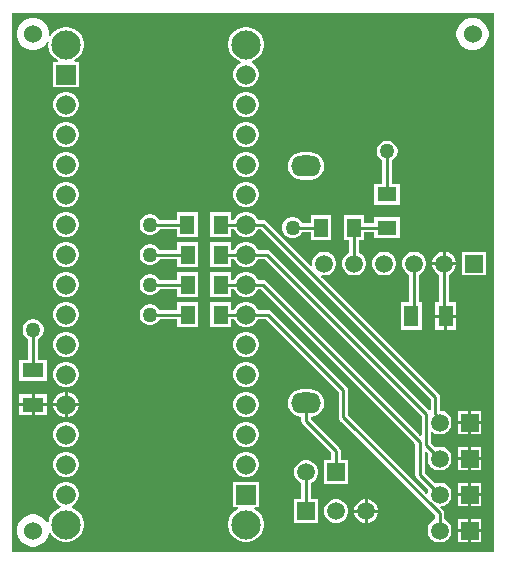
<source format=gtl>
G04*
G04 #@! TF.GenerationSoftware,Altium Limited,Altium Designer,21.2.2 (38)*
G04*
G04 Layer_Physical_Order=1*
G04 Layer_Color=255*
%FSLAX25Y25*%
%MOIN*%
G70*
G04*
G04 #@! TF.SameCoordinates,C48038F6-0F47-47EE-9322-7A70BF747E44*
G04*
G04*
G04 #@! TF.FilePolarity,Positive*
G04*
G01*
G75*
%ADD25R,0.05118X0.07087*%
%ADD26R,0.07087X0.05118*%
%ADD27R,0.06496X0.04724*%
%ADD28R,0.04724X0.06496*%
%ADD29C,0.01000*%
%ADD30C,0.06000*%
%ADD31R,0.05906X0.05906*%
%ADD32C,0.05906*%
%ADD33R,0.06555X0.06555*%
%ADD34C,0.06555*%
%ADD35C,0.09744*%
%ADD36O,0.10000X0.07000*%
%ADD37C,0.05000*%
G36*
X160500Y0D02*
X0D01*
Y179500D01*
X160500D01*
Y0D01*
D02*
G37*
%LPC*%
G36*
X154204Y177850D02*
X152796D01*
X151435Y177485D01*
X150215Y176781D01*
X149219Y175785D01*
X148515Y174565D01*
X148150Y173204D01*
Y171796D01*
X148515Y170435D01*
X149219Y169215D01*
X150215Y168219D01*
X151435Y167515D01*
X152796Y167150D01*
X154204D01*
X155565Y167515D01*
X156785Y168219D01*
X157781Y169215D01*
X158485Y170435D01*
X158850Y171796D01*
Y173204D01*
X158485Y174565D01*
X157781Y175785D01*
X156785Y176781D01*
X155565Y177485D01*
X154204Y177850D01*
D02*
G37*
G36*
X78578Y174872D02*
X77422D01*
X76287Y174646D01*
X75219Y174204D01*
X74257Y173561D01*
X73439Y172743D01*
X72796Y171781D01*
X72354Y170713D01*
X72128Y169578D01*
Y168422D01*
X72354Y167287D01*
X72796Y166219D01*
X73439Y165257D01*
X74257Y164439D01*
X75219Y163796D01*
X76122Y163422D01*
X76180Y162938D01*
X76165Y162880D01*
X75374Y162423D01*
X74577Y161627D01*
X74014Y160651D01*
X73722Y159563D01*
Y158437D01*
X74014Y157349D01*
X74577Y156374D01*
X75374Y155577D01*
X76349Y155014D01*
X77437Y154722D01*
X78563D01*
X79651Y155014D01*
X80626Y155577D01*
X81423Y156374D01*
X81986Y157349D01*
X82278Y158437D01*
Y159563D01*
X81986Y160651D01*
X81423Y161627D01*
X80626Y162423D01*
X79835Y162880D01*
X79820Y162938D01*
X79878Y163422D01*
X80781Y163796D01*
X81743Y164439D01*
X82561Y165257D01*
X83204Y166219D01*
X83646Y167287D01*
X83872Y168422D01*
Y169578D01*
X83646Y170713D01*
X83204Y171781D01*
X82561Y172743D01*
X81743Y173561D01*
X80781Y174204D01*
X79713Y174646D01*
X78578Y174872D01*
D02*
G37*
G36*
X7704Y177850D02*
X6296D01*
X4935Y177485D01*
X3715Y176781D01*
X2719Y175785D01*
X2015Y174565D01*
X1650Y173204D01*
Y171796D01*
X2015Y170435D01*
X2719Y169215D01*
X3715Y168219D01*
X4935Y167515D01*
X6296Y167150D01*
X7704D01*
X9065Y167515D01*
X10285Y168219D01*
X11281Y169215D01*
X11685Y169915D01*
X12159Y169736D01*
X12128Y169578D01*
Y168422D01*
X12354Y167287D01*
X12796Y166219D01*
X13439Y165257D01*
X14257Y164439D01*
X15218Y163796D01*
X15264Y163778D01*
X15164Y163278D01*
X13722D01*
Y154722D01*
X22278D01*
Y163278D01*
X20836D01*
X20736Y163778D01*
X20782Y163796D01*
X21743Y164439D01*
X22561Y165257D01*
X23204Y166219D01*
X23646Y167287D01*
X23872Y168422D01*
Y169578D01*
X23646Y170713D01*
X23204Y171781D01*
X22561Y172743D01*
X21743Y173561D01*
X20782Y174204D01*
X19713Y174646D01*
X18578Y174872D01*
X17422D01*
X16287Y174646D01*
X15218Y174204D01*
X14257Y173561D01*
X13439Y172743D01*
X12850Y171862D01*
X12570Y171886D01*
X12350Y171988D01*
Y173204D01*
X11985Y174565D01*
X11281Y175785D01*
X10285Y176781D01*
X9065Y177485D01*
X7704Y177850D01*
D02*
G37*
G36*
X78563Y153278D02*
X77437D01*
X76349Y152986D01*
X75374Y152423D01*
X74577Y151627D01*
X74014Y150651D01*
X73722Y149563D01*
Y148437D01*
X74014Y147349D01*
X74577Y146373D01*
X75374Y145577D01*
X76349Y145014D01*
X77437Y144722D01*
X78563D01*
X79651Y145014D01*
X80626Y145577D01*
X81423Y146373D01*
X81986Y147349D01*
X82278Y148437D01*
Y149563D01*
X81986Y150651D01*
X81423Y151627D01*
X80626Y152423D01*
X79651Y152986D01*
X78563Y153278D01*
D02*
G37*
G36*
X18563D02*
X17437D01*
X16349Y152986D01*
X15373Y152423D01*
X14577Y151627D01*
X14014Y150651D01*
X13722Y149563D01*
Y148437D01*
X14014Y147349D01*
X14577Y146373D01*
X15373Y145577D01*
X16349Y145014D01*
X17437Y144722D01*
X18563D01*
X19651Y145014D01*
X20627Y145577D01*
X21423Y146373D01*
X21986Y147349D01*
X22278Y148437D01*
Y149563D01*
X21986Y150651D01*
X21423Y151627D01*
X20627Y152423D01*
X19651Y152986D01*
X18563Y153278D01*
D02*
G37*
G36*
X78563Y143278D02*
X77437D01*
X76349Y142986D01*
X75374Y142423D01*
X74577Y141627D01*
X74014Y140651D01*
X73722Y139563D01*
Y138437D01*
X74014Y137349D01*
X74577Y136373D01*
X75374Y135577D01*
X76349Y135014D01*
X77437Y134722D01*
X78563D01*
X79651Y135014D01*
X80626Y135577D01*
X81423Y136373D01*
X81986Y137349D01*
X82278Y138437D01*
Y139563D01*
X81986Y140651D01*
X81423Y141627D01*
X80626Y142423D01*
X79651Y142986D01*
X78563Y143278D01*
D02*
G37*
G36*
X18563D02*
X17437D01*
X16349Y142986D01*
X15373Y142423D01*
X14577Y141627D01*
X14014Y140651D01*
X13722Y139563D01*
Y138437D01*
X14014Y137349D01*
X14577Y136373D01*
X15373Y135577D01*
X16349Y135014D01*
X17437Y134722D01*
X18563D01*
X19651Y135014D01*
X20627Y135577D01*
X21423Y136373D01*
X21986Y137349D01*
X22278Y138437D01*
Y139563D01*
X21986Y140651D01*
X21423Y141627D01*
X20627Y142423D01*
X19651Y142986D01*
X18563Y143278D01*
D02*
G37*
G36*
X78563Y133278D02*
X77437D01*
X76349Y132986D01*
X75374Y132423D01*
X74577Y131626D01*
X74014Y130651D01*
X73722Y129563D01*
Y128437D01*
X74014Y127349D01*
X74577Y126374D01*
X75374Y125577D01*
X76349Y125014D01*
X77437Y124722D01*
X78563D01*
X79651Y125014D01*
X80626Y125577D01*
X81423Y126374D01*
X81986Y127349D01*
X82278Y128437D01*
Y129563D01*
X81986Y130651D01*
X81423Y131626D01*
X80626Y132423D01*
X79651Y132986D01*
X78563Y133278D01*
D02*
G37*
G36*
X18563D02*
X17437D01*
X16349Y132986D01*
X15373Y132423D01*
X14577Y131626D01*
X14014Y130651D01*
X13722Y129563D01*
Y128437D01*
X14014Y127349D01*
X14577Y126374D01*
X15373Y125577D01*
X16349Y125014D01*
X17437Y124722D01*
X18563D01*
X19651Y125014D01*
X20627Y125577D01*
X21423Y126374D01*
X21986Y127349D01*
X22278Y128437D01*
Y129563D01*
X21986Y130651D01*
X21423Y131626D01*
X20627Y132423D01*
X19651Y132986D01*
X18563Y133278D01*
D02*
G37*
G36*
X99500Y133039D02*
X96500D01*
X95325Y132884D01*
X94231Y132431D01*
X93291Y131709D01*
X92569Y130769D01*
X92116Y129675D01*
X91961Y128500D01*
X92116Y127325D01*
X92569Y126231D01*
X93291Y125291D01*
X94231Y124569D01*
X95325Y124116D01*
X96500Y123961D01*
X99500D01*
X100675Y124116D01*
X101769Y124569D01*
X102709Y125291D01*
X103431Y126231D01*
X103884Y127325D01*
X104039Y128500D01*
X103884Y129675D01*
X103431Y130769D01*
X102709Y131709D01*
X101769Y132431D01*
X100675Y132884D01*
X99500Y133039D01*
D02*
G37*
G36*
X125461Y137000D02*
X124539D01*
X123649Y136761D01*
X122851Y136301D01*
X122199Y135649D01*
X121739Y134851D01*
X121500Y133961D01*
Y133039D01*
X121739Y132149D01*
X122199Y131351D01*
X122851Y130699D01*
X123471Y130341D01*
Y122374D01*
X120752D01*
Y115650D01*
X129248D01*
Y122374D01*
X126529D01*
Y130341D01*
X127149Y130699D01*
X127801Y131351D01*
X128261Y132149D01*
X128500Y133039D01*
Y133961D01*
X128261Y134851D01*
X127801Y135649D01*
X127149Y136301D01*
X126351Y136761D01*
X125461Y137000D01*
D02*
G37*
G36*
X78563Y123278D02*
X77437D01*
X76349Y122986D01*
X75374Y122423D01*
X74577Y121626D01*
X74014Y120651D01*
X73722Y119563D01*
Y118437D01*
X74014Y117349D01*
X74577Y116374D01*
X75374Y115577D01*
X76349Y115014D01*
X77437Y114722D01*
X78563D01*
X79651Y115014D01*
X80626Y115577D01*
X81423Y116374D01*
X81986Y117349D01*
X82278Y118437D01*
Y119563D01*
X81986Y120651D01*
X81423Y121626D01*
X80626Y122423D01*
X79651Y122986D01*
X78563Y123278D01*
D02*
G37*
G36*
X18563D02*
X17437D01*
X16349Y122986D01*
X15373Y122423D01*
X14577Y121626D01*
X14014Y120651D01*
X13722Y119563D01*
Y118437D01*
X14014Y117349D01*
X14577Y116374D01*
X15373Y115577D01*
X16349Y115014D01*
X17437Y114722D01*
X18563D01*
X19651Y115014D01*
X20627Y115577D01*
X21423Y116374D01*
X21986Y117349D01*
X22278Y118437D01*
Y119563D01*
X21986Y120651D01*
X21423Y121626D01*
X20627Y122423D01*
X19651Y122986D01*
X18563Y123278D01*
D02*
G37*
G36*
X78563Y113278D02*
X77437D01*
X76349Y112986D01*
X75374Y112423D01*
X74577Y111627D01*
X74014Y110651D01*
X73981Y110529D01*
X72862D01*
Y113248D01*
X66138D01*
Y104752D01*
X72862D01*
Y107471D01*
X73981D01*
X74014Y107349D01*
X74577Y106374D01*
X75374Y105577D01*
X76349Y105014D01*
X77437Y104722D01*
X78563D01*
X79651Y105014D01*
X80626Y105577D01*
X81423Y106374D01*
X81986Y107349D01*
X82019Y107471D01*
X82867D01*
X139572Y50765D01*
Y47271D01*
X139305Y47128D01*
X139072Y47091D01*
X86081Y100081D01*
X85585Y100413D01*
X85000Y100529D01*
X82019D01*
X81986Y100651D01*
X81423Y101627D01*
X80626Y102423D01*
X79651Y102986D01*
X78563Y103278D01*
X77437D01*
X76349Y102986D01*
X75374Y102423D01*
X74577Y101627D01*
X74014Y100651D01*
X73981Y100529D01*
X72874D01*
Y103248D01*
X66150D01*
Y94752D01*
X72874D01*
Y97471D01*
X73981D01*
X74014Y97349D01*
X74577Y96373D01*
X75374Y95577D01*
X76349Y95014D01*
X77437Y94722D01*
X78563D01*
X79651Y95014D01*
X80626Y95577D01*
X81423Y96373D01*
X81986Y97349D01*
X82019Y97471D01*
X84367D01*
X136518Y45319D01*
Y38798D01*
X136056Y38607D01*
X84581Y90081D01*
X84085Y90413D01*
X83500Y90529D01*
X82019D01*
X81986Y90651D01*
X81423Y91627D01*
X80626Y92423D01*
X79651Y92986D01*
X78563Y93278D01*
X77437D01*
X76349Y92986D01*
X75374Y92423D01*
X74577Y91627D01*
X74014Y90651D01*
X73981Y90529D01*
X72874D01*
Y93248D01*
X66150D01*
Y84752D01*
X72874D01*
Y87471D01*
X73981D01*
X74014Y87349D01*
X74577Y86374D01*
X75374Y85577D01*
X76349Y85014D01*
X77437Y84722D01*
X78563D01*
X79651Y85014D01*
X80626Y85577D01*
X81423Y86374D01*
X81986Y87349D01*
X82019Y87471D01*
X82867D01*
X134471Y35866D01*
Y25500D01*
X134587Y24915D01*
X134919Y24419D01*
X138815Y20522D01*
X138547Y19520D01*
Y19472D01*
X138085Y19280D01*
X111985Y45381D01*
Y53716D01*
X111869Y54301D01*
X111537Y54797D01*
X86253Y80081D01*
X85757Y80413D01*
X85172Y80529D01*
X82019D01*
X81986Y80651D01*
X81423Y81626D01*
X80626Y82423D01*
X79651Y82986D01*
X78563Y83278D01*
X77437D01*
X76349Y82986D01*
X75374Y82423D01*
X74577Y81626D01*
X74014Y80651D01*
X73981Y80529D01*
X72874D01*
Y83248D01*
X66150D01*
Y74752D01*
X72874D01*
Y77471D01*
X73981D01*
X74014Y77349D01*
X74577Y76373D01*
X75374Y75577D01*
X76349Y75014D01*
X77437Y74722D01*
X78563D01*
X79651Y75014D01*
X80626Y75577D01*
X81423Y76373D01*
X81986Y77349D01*
X82019Y77471D01*
X84538D01*
X108926Y53082D01*
Y44747D01*
X109043Y44162D01*
X109374Y43666D01*
X140971Y12069D01*
Y10681D01*
X140073Y10163D01*
X139337Y9427D01*
X138817Y8526D01*
X138547Y7520D01*
Y6480D01*
X138817Y5474D01*
X139337Y4573D01*
X140073Y3837D01*
X140974Y3317D01*
X141980Y3047D01*
X143020D01*
X144026Y3317D01*
X144927Y3837D01*
X145663Y4573D01*
X146183Y5474D01*
X146453Y6480D01*
Y7520D01*
X146183Y8526D01*
X145663Y9427D01*
X144927Y10163D01*
X144029Y10681D01*
Y12703D01*
X143913Y13288D01*
X143581Y13784D01*
X142780Y14585D01*
X142972Y15047D01*
X143020D01*
X144026Y15317D01*
X144927Y15837D01*
X145663Y16573D01*
X146183Y17474D01*
X146453Y18480D01*
Y19520D01*
X146183Y20526D01*
X145663Y21427D01*
X144927Y22163D01*
X144026Y22683D01*
X143020Y22953D01*
X141980D01*
X140978Y22684D01*
X137529Y26133D01*
Y33154D01*
X137991Y33346D01*
X138815Y32522D01*
X138547Y31520D01*
Y30480D01*
X138817Y29474D01*
X139337Y28573D01*
X140073Y27837D01*
X140974Y27317D01*
X141980Y27047D01*
X143020D01*
X144026Y27317D01*
X144927Y27837D01*
X145663Y28573D01*
X146183Y29474D01*
X146453Y30480D01*
Y31520D01*
X146183Y32526D01*
X145663Y33427D01*
X144927Y34163D01*
X144026Y34683D01*
X143020Y34953D01*
X141980D01*
X140978Y34685D01*
X139577Y36086D01*
Y39680D01*
X140039Y39871D01*
X140073Y39837D01*
X140974Y39317D01*
X141980Y39047D01*
X143020D01*
X144026Y39317D01*
X144927Y39837D01*
X145663Y40573D01*
X146183Y41474D01*
X146453Y42480D01*
Y43520D01*
X146183Y44526D01*
X145663Y45427D01*
X144927Y46163D01*
X144026Y46683D01*
X143020Y46953D01*
X142631D01*
Y51399D01*
X142514Y51984D01*
X142183Y52480D01*
X103006Y91656D01*
X103265Y92105D01*
X103480Y92047D01*
X104520D01*
X105526Y92317D01*
X106427Y92837D01*
X107163Y93573D01*
X107683Y94474D01*
X107953Y95480D01*
Y96520D01*
X107683Y97526D01*
X107163Y98427D01*
X106427Y99163D01*
X105526Y99683D01*
X104520Y99953D01*
X103480D01*
X102474Y99683D01*
X101573Y99163D01*
X100837Y98427D01*
X100317Y97526D01*
X100047Y96520D01*
Y95480D01*
X100105Y95265D01*
X99656Y95007D01*
X84581Y110081D01*
X84085Y110413D01*
X83500Y110529D01*
X82019D01*
X81986Y110651D01*
X81423Y111627D01*
X80626Y112423D01*
X79651Y112986D01*
X78563Y113278D01*
D02*
G37*
G36*
X61839Y113248D02*
X55114D01*
Y110529D01*
X49158D01*
X48801Y111149D01*
X48149Y111801D01*
X47351Y112261D01*
X46461Y112500D01*
X45539D01*
X44649Y112261D01*
X43851Y111801D01*
X43199Y111149D01*
X42739Y110351D01*
X42500Y109461D01*
Y108539D01*
X42739Y107649D01*
X43199Y106851D01*
X43851Y106199D01*
X44649Y105738D01*
X45539Y105500D01*
X46461D01*
X47351Y105738D01*
X48149Y106199D01*
X48801Y106851D01*
X49158Y107471D01*
X55114D01*
Y104752D01*
X61839D01*
Y113248D01*
D02*
G37*
G36*
X106350Y112248D02*
X99626D01*
Y109529D01*
X96658D01*
X96301Y110149D01*
X95649Y110801D01*
X94851Y111261D01*
X93961Y111500D01*
X93039D01*
X92149Y111261D01*
X91351Y110801D01*
X90699Y110149D01*
X90238Y109351D01*
X90000Y108461D01*
Y107539D01*
X90238Y106649D01*
X90699Y105851D01*
X91351Y105199D01*
X92149Y104738D01*
X93039Y104500D01*
X93961D01*
X94851Y104738D01*
X95649Y105199D01*
X96301Y105851D01*
X96658Y106471D01*
X99626D01*
Y103752D01*
X106350D01*
Y112248D01*
D02*
G37*
G36*
X18563Y113278D02*
X17437D01*
X16349Y112986D01*
X15373Y112423D01*
X14577Y111627D01*
X14014Y110651D01*
X13722Y109563D01*
Y108437D01*
X14014Y107349D01*
X14577Y106374D01*
X15373Y105577D01*
X16349Y105014D01*
X17437Y104722D01*
X18563D01*
X19651Y105014D01*
X20627Y105577D01*
X21423Y106374D01*
X21986Y107349D01*
X22278Y108437D01*
Y109563D01*
X21986Y110651D01*
X21423Y111627D01*
X20627Y112423D01*
X19651Y112986D01*
X18563Y113278D01*
D02*
G37*
G36*
X117374Y112248D02*
X110650D01*
Y103752D01*
X112471D01*
Y99681D01*
X111573Y99163D01*
X110837Y98427D01*
X110317Y97526D01*
X110047Y96520D01*
Y95480D01*
X110317Y94474D01*
X110837Y93573D01*
X111573Y92837D01*
X112474Y92317D01*
X113480Y92047D01*
X114520D01*
X115526Y92317D01*
X116427Y92837D01*
X117163Y93573D01*
X117683Y94474D01*
X117953Y95480D01*
Y96520D01*
X117683Y97526D01*
X117163Y98427D01*
X116427Y99163D01*
X115529Y99681D01*
Y103752D01*
X117374D01*
Y106471D01*
X120752D01*
Y104626D01*
X129248D01*
Y111350D01*
X120752D01*
Y109529D01*
X117374D01*
Y112248D01*
D02*
G37*
G36*
X61850Y103248D02*
X55126D01*
Y100529D01*
X49158D01*
X48801Y101149D01*
X48149Y101801D01*
X47351Y102261D01*
X46461Y102500D01*
X45539D01*
X44649Y102261D01*
X43851Y101801D01*
X43199Y101149D01*
X42739Y100351D01*
X42500Y99461D01*
Y98539D01*
X42739Y97649D01*
X43199Y96851D01*
X43851Y96199D01*
X44649Y95739D01*
X45539Y95500D01*
X46461D01*
X47351Y95739D01*
X48149Y96199D01*
X48801Y96851D01*
X49158Y97471D01*
X55126D01*
Y94752D01*
X61850D01*
Y103248D01*
D02*
G37*
G36*
X144520Y99953D02*
X144500D01*
Y96500D01*
X147953D01*
Y96520D01*
X147683Y97526D01*
X147163Y98427D01*
X146427Y99163D01*
X145526Y99683D01*
X144520Y99953D01*
D02*
G37*
G36*
X143500D02*
X143480D01*
X142474Y99683D01*
X141573Y99163D01*
X140837Y98427D01*
X140317Y97526D01*
X140047Y96520D01*
Y96500D01*
X143500D01*
Y99953D01*
D02*
G37*
G36*
X18563Y103278D02*
X17437D01*
X16349Y102986D01*
X15373Y102423D01*
X14577Y101627D01*
X14014Y100651D01*
X13722Y99563D01*
Y98437D01*
X14014Y97349D01*
X14577Y96373D01*
X15373Y95577D01*
X16349Y95014D01*
X17437Y94722D01*
X18563D01*
X19651Y95014D01*
X20627Y95577D01*
X21423Y96373D01*
X21986Y97349D01*
X22278Y98437D01*
Y99563D01*
X21986Y100651D01*
X21423Y101627D01*
X20627Y102423D01*
X19651Y102986D01*
X18563Y103278D01*
D02*
G37*
G36*
X157953Y99953D02*
X150047D01*
Y92047D01*
X157953D01*
Y99953D01*
D02*
G37*
G36*
X124520D02*
X123480D01*
X122474Y99683D01*
X121573Y99163D01*
X120837Y98427D01*
X120317Y97526D01*
X120047Y96520D01*
Y95480D01*
X120317Y94474D01*
X120837Y93573D01*
X121573Y92837D01*
X122474Y92317D01*
X123480Y92047D01*
X124520D01*
X125526Y92317D01*
X126427Y92837D01*
X127163Y93573D01*
X127683Y94474D01*
X127953Y95480D01*
Y96520D01*
X127683Y97526D01*
X127163Y98427D01*
X126427Y99163D01*
X125526Y99683D01*
X124520Y99953D01*
D02*
G37*
G36*
X61850Y93248D02*
X55126D01*
Y90529D01*
X49158D01*
X48801Y91149D01*
X48149Y91801D01*
X47351Y92261D01*
X46461Y92500D01*
X45539D01*
X44649Y92261D01*
X43851Y91801D01*
X43199Y91149D01*
X42739Y90351D01*
X42500Y89461D01*
Y88539D01*
X42739Y87649D01*
X43199Y86851D01*
X43851Y86199D01*
X44649Y85738D01*
X45539Y85500D01*
X46461D01*
X47351Y85738D01*
X48149Y86199D01*
X48801Y86851D01*
X49158Y87471D01*
X55126D01*
Y84752D01*
X61850D01*
Y93248D01*
D02*
G37*
G36*
X18563Y93278D02*
X17437D01*
X16349Y92986D01*
X15373Y92423D01*
X14577Y91627D01*
X14014Y90651D01*
X13722Y89563D01*
Y88437D01*
X14014Y87349D01*
X14577Y86374D01*
X15373Y85577D01*
X16349Y85014D01*
X17437Y84722D01*
X18563D01*
X19651Y85014D01*
X20627Y85577D01*
X21423Y86374D01*
X21986Y87349D01*
X22278Y88437D01*
Y89563D01*
X21986Y90651D01*
X21423Y91627D01*
X20627Y92423D01*
X19651Y92986D01*
X18563Y93278D01*
D02*
G37*
G36*
X61850Y83248D02*
X55126D01*
Y80529D01*
X49158D01*
X48801Y81149D01*
X48149Y81801D01*
X47351Y82262D01*
X46461Y82500D01*
X45539D01*
X44649Y82262D01*
X43851Y81801D01*
X43199Y81149D01*
X42739Y80351D01*
X42500Y79461D01*
Y78539D01*
X42739Y77649D01*
X43199Y76851D01*
X43851Y76199D01*
X44649Y75739D01*
X45539Y75500D01*
X46461D01*
X47351Y75739D01*
X48149Y76199D01*
X48801Y76851D01*
X49158Y77471D01*
X55126D01*
Y74752D01*
X61850D01*
Y83248D01*
D02*
G37*
G36*
X147953Y95500D02*
X144000D01*
X140047D01*
Y95480D01*
X140317Y94474D01*
X140837Y93573D01*
X141573Y92837D01*
X142471Y92319D01*
Y83043D01*
X140941D01*
Y79000D01*
X144500D01*
X148059D01*
Y83043D01*
X145529D01*
Y92319D01*
X146427Y92837D01*
X147163Y93573D01*
X147683Y94474D01*
X147953Y95480D01*
Y95500D01*
D02*
G37*
G36*
X18563Y83278D02*
X17437D01*
X16349Y82986D01*
X15373Y82423D01*
X14577Y81626D01*
X14014Y80651D01*
X13722Y79563D01*
Y78437D01*
X14014Y77349D01*
X14577Y76373D01*
X15373Y75577D01*
X16349Y75014D01*
X17437Y74722D01*
X18563D01*
X19651Y75014D01*
X20627Y75577D01*
X21423Y76373D01*
X21986Y77349D01*
X22278Y78437D01*
Y79563D01*
X21986Y80651D01*
X21423Y81626D01*
X20627Y82423D01*
X19651Y82986D01*
X18563Y83278D01*
D02*
G37*
G36*
X148059Y78000D02*
X145000D01*
Y73957D01*
X148059D01*
Y78000D01*
D02*
G37*
G36*
X144000D02*
X140941D01*
Y73957D01*
X144000D01*
Y78000D01*
D02*
G37*
G36*
X134520Y99953D02*
X133480D01*
X132474Y99683D01*
X131573Y99163D01*
X130837Y98427D01*
X130317Y97526D01*
X130047Y96520D01*
Y95480D01*
X130317Y94474D01*
X130837Y93573D01*
X131573Y92837D01*
X132471Y92319D01*
Y83043D01*
X129524D01*
Y73957D01*
X136642D01*
Y83043D01*
X135529D01*
Y92319D01*
X136427Y92837D01*
X137163Y93573D01*
X137683Y94474D01*
X137953Y95480D01*
Y96520D01*
X137683Y97526D01*
X137163Y98427D01*
X136427Y99163D01*
X135526Y99683D01*
X134520Y99953D01*
D02*
G37*
G36*
X78563Y73278D02*
X77437D01*
X76349Y72986D01*
X75374Y72423D01*
X74577Y71627D01*
X74014Y70651D01*
X73722Y69563D01*
Y68437D01*
X74014Y67349D01*
X74577Y66373D01*
X75374Y65577D01*
X76349Y65014D01*
X77437Y64722D01*
X78563D01*
X79651Y65014D01*
X80626Y65577D01*
X81423Y66373D01*
X81986Y67349D01*
X82278Y68437D01*
Y69563D01*
X81986Y70651D01*
X81423Y71627D01*
X80626Y72423D01*
X79651Y72986D01*
X78563Y73278D01*
D02*
G37*
G36*
X18563D02*
X17437D01*
X16349Y72986D01*
X15373Y72423D01*
X14577Y71627D01*
X14014Y70651D01*
X13722Y69563D01*
Y68437D01*
X14014Y67349D01*
X14577Y66373D01*
X15373Y65577D01*
X16349Y65014D01*
X17437Y64722D01*
X18563D01*
X19651Y65014D01*
X20627Y65577D01*
X21423Y66373D01*
X21986Y67349D01*
X22278Y68437D01*
Y69563D01*
X21986Y70651D01*
X21423Y71627D01*
X20627Y72423D01*
X19651Y72986D01*
X18563Y73278D01*
D02*
G37*
G36*
X7461Y77500D02*
X6539D01*
X5649Y77262D01*
X4851Y76801D01*
X4199Y76149D01*
X3739Y75351D01*
X3500Y74461D01*
Y73539D01*
X3739Y72649D01*
X4199Y71851D01*
X4851Y71199D01*
X5471Y70841D01*
Y63976D01*
X2457D01*
Y56858D01*
X11543D01*
Y63976D01*
X8529D01*
Y70841D01*
X9149Y71199D01*
X9801Y71851D01*
X10261Y72649D01*
X10500Y73539D01*
Y74461D01*
X10261Y75351D01*
X9801Y76149D01*
X9149Y76801D01*
X8351Y77262D01*
X7461Y77500D01*
D02*
G37*
G36*
X78563Y63278D02*
X77437D01*
X76349Y62986D01*
X75374Y62423D01*
X74577Y61626D01*
X74014Y60651D01*
X73722Y59563D01*
Y58437D01*
X74014Y57349D01*
X74577Y56374D01*
X75374Y55577D01*
X76349Y55014D01*
X77437Y54722D01*
X78563D01*
X79651Y55014D01*
X80626Y55577D01*
X81423Y56374D01*
X81986Y57349D01*
X82278Y58437D01*
Y59563D01*
X81986Y60651D01*
X81423Y61626D01*
X80626Y62423D01*
X79651Y62986D01*
X78563Y63278D01*
D02*
G37*
G36*
X18563D02*
X17437D01*
X16349Y62986D01*
X15373Y62423D01*
X14577Y61626D01*
X14014Y60651D01*
X13722Y59563D01*
Y58437D01*
X14014Y57349D01*
X14577Y56374D01*
X15373Y55577D01*
X16349Y55014D01*
X17437Y54722D01*
X18563D01*
X19651Y55014D01*
X20627Y55577D01*
X21423Y56374D01*
X21986Y57349D01*
X22278Y58437D01*
Y59563D01*
X21986Y60651D01*
X21423Y61626D01*
X20627Y62423D01*
X19651Y62986D01*
X18563Y63278D01*
D02*
G37*
G36*
Y53278D02*
X18500D01*
Y49500D01*
X22278D01*
Y49563D01*
X21986Y50651D01*
X21423Y51626D01*
X20627Y52423D01*
X19651Y52986D01*
X18563Y53278D01*
D02*
G37*
G36*
X11543Y52559D02*
X7500D01*
Y49500D01*
X11543D01*
Y52559D01*
D02*
G37*
G36*
X6500D02*
X2457D01*
Y49500D01*
X6500D01*
Y52559D01*
D02*
G37*
G36*
X17500Y53278D02*
X17437D01*
X16349Y52986D01*
X15373Y52423D01*
X14577Y51626D01*
X14014Y50651D01*
X13722Y49563D01*
Y49500D01*
X17500D01*
Y53278D01*
D02*
G37*
G36*
X11543Y48500D02*
X7500D01*
Y45441D01*
X11543D01*
Y48500D01*
D02*
G37*
G36*
X6500D02*
X2457D01*
Y45441D01*
X6500D01*
Y48500D01*
D02*
G37*
G36*
X78563Y53278D02*
X77437D01*
X76349Y52986D01*
X75374Y52423D01*
X74577Y51626D01*
X74014Y50651D01*
X73722Y49563D01*
Y48437D01*
X74014Y47349D01*
X74577Y46374D01*
X75374Y45577D01*
X76349Y45014D01*
X77437Y44722D01*
X78563D01*
X79651Y45014D01*
X80626Y45577D01*
X81423Y46374D01*
X81986Y47349D01*
X82278Y48437D01*
Y49563D01*
X81986Y50651D01*
X81423Y51626D01*
X80626Y52423D01*
X79651Y52986D01*
X78563Y53278D01*
D02*
G37*
G36*
X22278Y48500D02*
X18500D01*
Y44722D01*
X18563D01*
X19651Y45014D01*
X20627Y45577D01*
X21423Y46374D01*
X21986Y47349D01*
X22278Y48437D01*
Y48500D01*
D02*
G37*
G36*
X17500D02*
X13722D01*
Y48437D01*
X14014Y47349D01*
X14577Y46374D01*
X15373Y45577D01*
X16349Y45014D01*
X17437Y44722D01*
X17500D01*
Y48500D01*
D02*
G37*
G36*
X156453Y46953D02*
X153000D01*
Y43500D01*
X156453D01*
Y46953D01*
D02*
G37*
G36*
X152000D02*
X148547D01*
Y43500D01*
X152000D01*
Y46953D01*
D02*
G37*
G36*
X156453Y42500D02*
X153000D01*
Y39047D01*
X156453D01*
Y42500D01*
D02*
G37*
G36*
X152000D02*
X148547D01*
Y39047D01*
X152000D01*
Y42500D01*
D02*
G37*
G36*
X78563Y43278D02*
X77437D01*
X76349Y42986D01*
X75374Y42423D01*
X74577Y41627D01*
X74014Y40651D01*
X73722Y39563D01*
Y38437D01*
X74014Y37349D01*
X74577Y36373D01*
X75374Y35577D01*
X76349Y35014D01*
X77437Y34722D01*
X78563D01*
X79651Y35014D01*
X80626Y35577D01*
X81423Y36373D01*
X81986Y37349D01*
X82278Y38437D01*
Y39563D01*
X81986Y40651D01*
X81423Y41627D01*
X80626Y42423D01*
X79651Y42986D01*
X78563Y43278D01*
D02*
G37*
G36*
X18563D02*
X17437D01*
X16349Y42986D01*
X15373Y42423D01*
X14577Y41627D01*
X14014Y40651D01*
X13722Y39563D01*
Y38437D01*
X14014Y37349D01*
X14577Y36373D01*
X15373Y35577D01*
X16349Y35014D01*
X17437Y34722D01*
X18563D01*
X19651Y35014D01*
X20627Y35577D01*
X21423Y36373D01*
X21986Y37349D01*
X22278Y38437D01*
Y39563D01*
X21986Y40651D01*
X21423Y41627D01*
X20627Y42423D01*
X19651Y42986D01*
X18563Y43278D01*
D02*
G37*
G36*
X156453Y34953D02*
X153000D01*
Y31500D01*
X156453D01*
Y34953D01*
D02*
G37*
G36*
X152000D02*
X148547D01*
Y31500D01*
X152000D01*
Y34953D01*
D02*
G37*
G36*
X156453Y30500D02*
X153000D01*
Y27047D01*
X156453D01*
Y30500D01*
D02*
G37*
G36*
X152000D02*
X148547D01*
Y27047D01*
X152000D01*
Y30500D01*
D02*
G37*
G36*
X78563Y33278D02*
X77437D01*
X76349Y32986D01*
X75374Y32423D01*
X74577Y31626D01*
X74014Y30651D01*
X73722Y29563D01*
Y28437D01*
X74014Y27349D01*
X74577Y26373D01*
X75374Y25577D01*
X76349Y25014D01*
X77437Y24722D01*
X78563D01*
X79651Y25014D01*
X80626Y25577D01*
X81423Y26373D01*
X81986Y27349D01*
X82278Y28437D01*
Y29563D01*
X81986Y30651D01*
X81423Y31626D01*
X80626Y32423D01*
X79651Y32986D01*
X78563Y33278D01*
D02*
G37*
G36*
X18563D02*
X17437D01*
X16349Y32986D01*
X15373Y32423D01*
X14577Y31626D01*
X14014Y30651D01*
X13722Y29563D01*
Y28437D01*
X14014Y27349D01*
X14577Y26373D01*
X15373Y25577D01*
X16349Y25014D01*
X17437Y24722D01*
X18563D01*
X19651Y25014D01*
X20627Y25577D01*
X21423Y26373D01*
X21986Y27349D01*
X22278Y28437D01*
Y29563D01*
X21986Y30651D01*
X21423Y31626D01*
X20627Y32423D01*
X19651Y32986D01*
X18563Y33278D01*
D02*
G37*
G36*
X99500Y54039D02*
X96500D01*
X95325Y53884D01*
X94231Y53431D01*
X93291Y52709D01*
X92569Y51769D01*
X92116Y50675D01*
X91961Y49500D01*
X92116Y48325D01*
X92569Y47231D01*
X93291Y46291D01*
X94231Y45569D01*
X95325Y45116D01*
X96471Y44965D01*
Y43500D01*
X96587Y42915D01*
X96919Y42419D01*
X106471Y32866D01*
Y30453D01*
X104047D01*
Y22547D01*
X111953D01*
Y30453D01*
X109529D01*
Y33500D01*
X109413Y34085D01*
X109081Y34581D01*
X99529Y44133D01*
Y44965D01*
X100675Y45116D01*
X101769Y45569D01*
X102709Y46291D01*
X103431Y47231D01*
X103884Y48325D01*
X104039Y49500D01*
X103884Y50675D01*
X103431Y51769D01*
X102709Y52709D01*
X101769Y53431D01*
X100675Y53884D01*
X99500Y54039D01*
D02*
G37*
G36*
X156453Y22953D02*
X153000D01*
Y19500D01*
X156453D01*
Y22953D01*
D02*
G37*
G36*
X152000D02*
X148547D01*
Y19500D01*
X152000D01*
Y22953D01*
D02*
G37*
G36*
X156453Y18500D02*
X153000D01*
Y15047D01*
X156453D01*
Y18500D01*
D02*
G37*
G36*
X152000D02*
X148547D01*
Y15047D01*
X152000D01*
Y18500D01*
D02*
G37*
G36*
X118520Y17453D02*
X118500D01*
Y14000D01*
X121953D01*
Y14020D01*
X121683Y15026D01*
X121163Y15927D01*
X120427Y16663D01*
X119526Y17183D01*
X118520Y17453D01*
D02*
G37*
G36*
X117500D02*
X117480D01*
X116474Y17183D01*
X115573Y16663D01*
X114837Y15927D01*
X114317Y15026D01*
X114047Y14020D01*
Y14000D01*
X117500D01*
Y17453D01*
D02*
G37*
G36*
X18563Y23278D02*
X17437D01*
X16349Y22986D01*
X15373Y22423D01*
X14577Y21626D01*
X14014Y20651D01*
X13722Y19563D01*
Y18437D01*
X14014Y17349D01*
X14577Y16374D01*
X15373Y15577D01*
X16165Y15120D01*
X16180Y15062D01*
X16122Y14578D01*
X15218Y14204D01*
X14257Y13561D01*
X13439Y12743D01*
X12796Y11781D01*
X12354Y10713D01*
X12163Y9757D01*
X11640Y9663D01*
X11281Y10285D01*
X10285Y11281D01*
X9065Y11985D01*
X7704Y12350D01*
X6296D01*
X4935Y11985D01*
X3715Y11281D01*
X2719Y10285D01*
X2015Y9065D01*
X1650Y7704D01*
Y6296D01*
X2015Y4935D01*
X2719Y3715D01*
X3715Y2719D01*
X4935Y2015D01*
X6296Y1650D01*
X7704D01*
X9065Y2015D01*
X10285Y2719D01*
X11281Y3715D01*
X11985Y4935D01*
X12300Y6110D01*
X12632Y6182D01*
X12833Y6164D01*
X13439Y5257D01*
X14257Y4439D01*
X15218Y3796D01*
X16287Y3354D01*
X17422Y3128D01*
X18578D01*
X19713Y3354D01*
X20782Y3796D01*
X21743Y4439D01*
X22561Y5257D01*
X23204Y6219D01*
X23646Y7287D01*
X23872Y8422D01*
Y9578D01*
X23646Y10713D01*
X23204Y11781D01*
X22561Y12743D01*
X21743Y13561D01*
X20782Y14204D01*
X19878Y14578D01*
X19820Y15062D01*
X19835Y15120D01*
X20627Y15577D01*
X21423Y16374D01*
X21986Y17349D01*
X22278Y18437D01*
Y19563D01*
X21986Y20651D01*
X21423Y21626D01*
X20627Y22423D01*
X19651Y22986D01*
X18563Y23278D01*
D02*
G37*
G36*
X121953Y13000D02*
X118500D01*
Y9547D01*
X118520D01*
X119526Y9817D01*
X120427Y10337D01*
X121163Y11073D01*
X121683Y11974D01*
X121953Y12980D01*
Y13000D01*
D02*
G37*
G36*
X117500D02*
X114047D01*
Y12980D01*
X114317Y11974D01*
X114837Y11073D01*
X115573Y10337D01*
X116474Y9817D01*
X117480Y9547D01*
X117500D01*
Y13000D01*
D02*
G37*
G36*
X108520Y17453D02*
X107480D01*
X106474Y17183D01*
X105573Y16663D01*
X104837Y15927D01*
X104317Y15026D01*
X104047Y14020D01*
Y12980D01*
X104317Y11974D01*
X104837Y11073D01*
X105573Y10337D01*
X106474Y9817D01*
X107480Y9547D01*
X108520D01*
X109526Y9817D01*
X110427Y10337D01*
X111163Y11073D01*
X111683Y11974D01*
X111953Y12980D01*
Y14020D01*
X111683Y15026D01*
X111163Y15927D01*
X110427Y16663D01*
X109526Y17183D01*
X108520Y17453D01*
D02*
G37*
G36*
X98520Y30453D02*
X97480D01*
X96474Y30183D01*
X95573Y29663D01*
X94837Y28927D01*
X94317Y28026D01*
X94047Y27020D01*
Y25980D01*
X94317Y24974D01*
X94837Y24073D01*
X95573Y23337D01*
X96471Y22819D01*
Y17453D01*
X94047D01*
Y9547D01*
X101953D01*
Y17453D01*
X99529D01*
Y22819D01*
X100427Y23337D01*
X101163Y24073D01*
X101683Y24974D01*
X101953Y25980D01*
Y27020D01*
X101683Y28026D01*
X101163Y28927D01*
X100427Y29663D01*
X99526Y30183D01*
X98520Y30453D01*
D02*
G37*
G36*
X156453Y10953D02*
X153000D01*
Y7500D01*
X156453D01*
Y10953D01*
D02*
G37*
G36*
X152000D02*
X148547D01*
Y7500D01*
X152000D01*
Y10953D01*
D02*
G37*
G36*
X82278Y23278D02*
X73722D01*
Y14722D01*
X75164D01*
X75264Y14222D01*
X75219Y14204D01*
X74257Y13561D01*
X73439Y12743D01*
X72796Y11781D01*
X72354Y10713D01*
X72128Y9578D01*
Y8422D01*
X72354Y7287D01*
X72796Y6219D01*
X73439Y5257D01*
X74257Y4439D01*
X75219Y3796D01*
X76287Y3354D01*
X77422Y3128D01*
X78578D01*
X79713Y3354D01*
X80781Y3796D01*
X81743Y4439D01*
X82561Y5257D01*
X83204Y6219D01*
X83646Y7287D01*
X83872Y8422D01*
Y9578D01*
X83646Y10713D01*
X83204Y11781D01*
X82561Y12743D01*
X81743Y13561D01*
X80781Y14204D01*
X80736Y14222D01*
X80836Y14722D01*
X82278D01*
Y23278D01*
D02*
G37*
G36*
X156453Y6500D02*
X153000D01*
Y3047D01*
X156453D01*
Y6500D01*
D02*
G37*
G36*
X152000D02*
X148547D01*
Y3047D01*
X152000D01*
Y6500D01*
D02*
G37*
%LPD*%
D25*
X133083Y78500D02*
D03*
X144500D02*
D03*
D26*
X7000Y60417D02*
D03*
Y49000D02*
D03*
D27*
X125000Y107988D02*
D03*
Y119012D02*
D03*
D28*
X102988Y108000D02*
D03*
X114012D02*
D03*
X58476Y109000D02*
D03*
X69500D02*
D03*
X58488Y79000D02*
D03*
X69512D02*
D03*
X58488Y99000D02*
D03*
X69512D02*
D03*
X58488Y89000D02*
D03*
X69512D02*
D03*
D29*
X98000Y43500D02*
X108000Y33500D01*
Y26500D02*
Y33500D01*
X98000Y13500D02*
Y26500D01*
X97500Y27000D02*
X98000Y26500D01*
Y43500D02*
Y49500D01*
X110456Y44747D02*
X142500Y12703D01*
X69512Y99000D02*
X85000D01*
X138047Y45953D01*
Y35453D02*
Y45953D01*
X136000Y25500D02*
Y36500D01*
X83500Y89000D02*
X136000Y36500D01*
X78000Y89000D02*
X83500D01*
X138047Y35453D02*
X142500Y31000D01*
X136000Y25500D02*
X142500Y19000D01*
X69512Y89000D02*
X78203D01*
X83500Y109000D02*
X141101Y51399D01*
Y45726D02*
Y51399D01*
X69500Y109000D02*
X83500D01*
X142500Y43000D02*
Y44327D01*
X141101Y45726D02*
X142500Y44327D01*
X110456Y44747D02*
Y53716D01*
X85172Y79000D02*
X110456Y53716D01*
X69512Y79000D02*
X85172D01*
X142500Y7000D02*
Y12703D01*
X93500Y108000D02*
X102988D01*
X114000Y96000D02*
Y107988D01*
X114012Y108000D01*
X124988D01*
X125000Y107988D01*
X46000Y109000D02*
X58988D01*
X46000Y99000D02*
X58488D01*
X46000Y89000D02*
X58488D01*
X46000Y79000D02*
X58488D01*
X7000Y60417D02*
Y74000D01*
X125000Y119012D02*
Y133500D01*
X133083Y78500D02*
X134000Y79417D01*
Y96000D01*
X144000Y79000D02*
Y96000D01*
Y79000D02*
X144500Y78500D01*
D30*
X7000Y7000D02*
D03*
Y172500D02*
D03*
X153500D02*
D03*
D31*
X108000Y26500D02*
D03*
X98000Y13500D02*
D03*
X152500Y31000D02*
D03*
Y43000D02*
D03*
Y19000D02*
D03*
Y7000D02*
D03*
X154000Y96000D02*
D03*
D32*
X98000Y26500D02*
D03*
X108000Y13500D02*
D03*
X118000D02*
D03*
X142500Y31000D02*
D03*
Y43000D02*
D03*
Y19000D02*
D03*
Y7000D02*
D03*
X144000Y96000D02*
D03*
X134000D02*
D03*
X124000D02*
D03*
X114000D02*
D03*
X104000D02*
D03*
D33*
X18000Y159000D02*
D03*
X78000Y19000D02*
D03*
D34*
X18000Y149000D02*
D03*
Y139000D02*
D03*
Y129000D02*
D03*
Y119000D02*
D03*
Y109000D02*
D03*
Y99000D02*
D03*
Y89000D02*
D03*
Y79000D02*
D03*
Y69000D02*
D03*
Y59000D02*
D03*
Y49000D02*
D03*
Y39000D02*
D03*
Y29000D02*
D03*
Y19000D02*
D03*
X78000Y29000D02*
D03*
Y39000D02*
D03*
Y49000D02*
D03*
Y59000D02*
D03*
Y69000D02*
D03*
Y79000D02*
D03*
Y89000D02*
D03*
Y99000D02*
D03*
Y109000D02*
D03*
Y119000D02*
D03*
Y129000D02*
D03*
Y139000D02*
D03*
Y149000D02*
D03*
Y159000D02*
D03*
D35*
X18000Y169000D02*
D03*
X78000D02*
D03*
Y9000D02*
D03*
X18000D02*
D03*
D36*
X98000Y49500D02*
D03*
Y128500D02*
D03*
D37*
X93500Y108000D02*
D03*
X46000Y109000D02*
D03*
Y99000D02*
D03*
Y89000D02*
D03*
Y79000D02*
D03*
X7000Y74000D02*
D03*
X125000Y133500D02*
D03*
M02*

</source>
